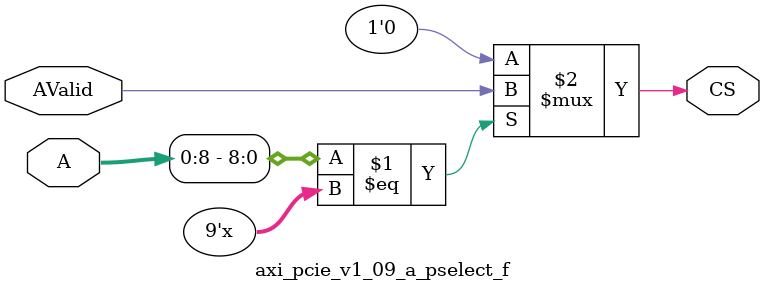
<source format=v>

`timescale 1ps/1ps

module axi_pcie_v1_09_a_pselect_f #(
  parameter                   C_AB      = 9,
  parameter                   C_AW      = 32,
  parameter [0:C_AW - 1]      C_BAR     =  'bz,
  parameter                   C_FAMILY  = "nofamily"
)(
  input      [0:C_AW-1]       A, 
  input                       AValid,
  output                      CS
);

// Local Paramater declaration
//--------------------------
localparam [0:C_AB-1]BAR = C_BAR[0:C_AB-1];

//------------------------------------------------------------------------------
// Behavioral decoder
//------------------------------------------------------------------------------
generate
if (C_AB > 0) begin : XST_WA
  assign CS = (A[0:C_AB - 1] == BAR[0:C_AB - 1]) ? AValid : 1'b0 ;
end

if (C_AB == 0) begin : PASS_ON_GEN
  assign CS = AValid ;
end
endgenerate

endmodule

</source>
